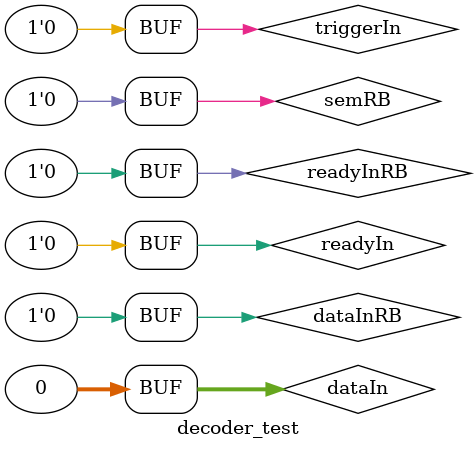
<source format=v>
`timescale 1ns / 1ps


module decoder_test;

	// Inputs
	reg [31:0] dataIn;
	reg readyIn;
	reg triggerIn;
	reg readyInRB;
	reg dataInRB;
	reg semRB;

	// Outputs
	wire [31:0] dataOut1;
	wire [31:0] dataOut2;
	wire [31:0] dataOut3;
	wire [31:0] dataOut4;
	wire [3:0] typeOut;
	wire readyOut;
	wire triggerOut;
	wire rwRB;
	wire addrRB;
	wire triggerOutRB;

	// Instantiate the Unit Under Test (UUT)
	decode uut (
		.dataIn(dataIn), 
		.readyIn(readyIn), 
		.triggerIn(triggerIn), 
		.dataOut1(dataOut1), 
		.dataOut2(dataOut2), 
		.dataOut3(dataOut3), 
		.dataOut4(dataOut4), 
		.typeOut(typeOut), 
		.readyOut(readyOut), 
		.triggerOut(triggerOut), 
		.readyInRB(readyInRB), 
		.dataInRB(dataInRB), 
		.semRB(semRB), 
		.rwRB(rwRB), 
		.addrRB(addrRB), 
		.triggerOutRB(triggerOutRB)
	);

	initial begin
		// Initialize Inputs
		dataIn = 0;
		readyIn = 0;
		triggerIn = 0;
		readyInRB = 0;
		dataInRB = 0;
		semRB = 0;

		// Wait 100 ns for global reset to finish
		#100;
        
		// Add stimulus here

	end
      
endmodule


</source>
